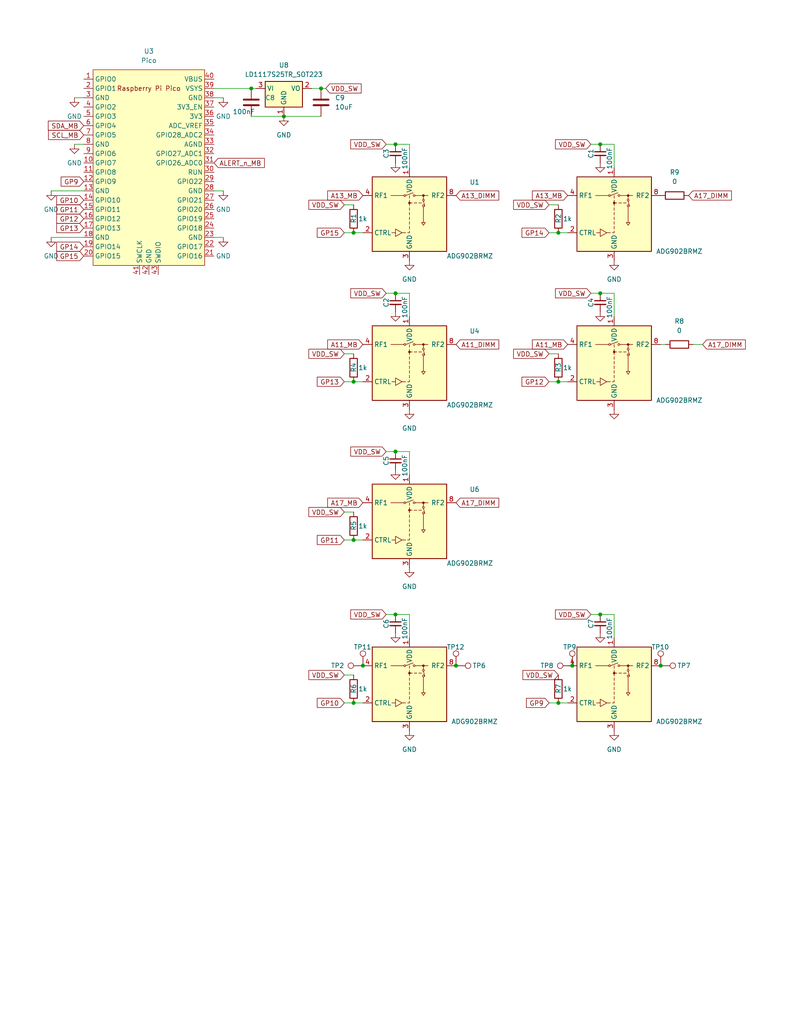
<source format=kicad_sch>
(kicad_sch (version 20230121) (generator eeschema)
  (paper "USLetter" portrait)
  (title_block (title "Drivers that are injecting faults located on the interposer") (date "2019-11-01") (rev "1") (comment 1 "This is how the faults are injected"))
  (lib_symbols
    (symbol "Connector:TestPoint" (pin_numbers hide) (pin_names (offset 0.762) hide)
      (property "Reference" "TP" (at 0 6.858 0))
      (property "Value" "TestPoint" (at 0 5.08 0))
      (symbol "TestPoint_0_1"
        (circle (center 0 3.302) (radius 0.762))
      )
      (symbol "TestPoint_1_1"
        (pin passive line (at 0 0 90) (length 2.54) (name "1") (number "1"))
      )
    )
    (symbol "Device:C" (pin_numbers hide) (pin_names (offset 0.254))
      (property "Reference" "C" (at 0.635 2.54 0))
      (property "Value" "C" (at 0.635 -2.54 0))
      (symbol "C_0_1"
        (polyline (pts (xy -2.032 -0.762) (xy 2.032 -0.762)) (stroke (width 0.508)))
        (polyline (pts (xy -2.032 0.762) (xy 2.032 0.762)) (stroke (width 0.508)))
      )
      (symbol "C_1_1"
        (pin passive line (at 0 3.81 270) (length 2.794) (name "~") (number "1"))
        (pin passive line (at 0 -3.81 90) (length 2.794) (name "~") (number "2"))
      )
    )
    (symbol "Device:C_Small" (pin_numbers hide) (pin_names (offset 0.254) hide)
      (property "Reference" "C" (at 0.254 1.778 0))
      (property "Value" "C_Small" (at 0.254 -2.032 0))
      (symbol "C_Small_0_1"
        (polyline (pts (xy -1.524 -0.508) (xy 1.524 -0.508)) (stroke (width 0.3302)))
        (polyline (pts (xy -1.524 0.508) (xy 1.524 0.508)) (stroke (width 0.3048)))
      )
      (symbol "C_Small_1_1"
        (pin passive line (at 0 2.54 270) (length 2.032) (name "~") (number "1"))
        (pin passive line (at 0 -2.54 90) (length 2.032) (name "~") (number "2"))
      )
    )
    (symbol "Device:R" (pin_numbers hide) (pin_names (offset 0))
      (property "Reference" "R" (at 2.032 0 90))
      (property "Value" "R" (at 0 0 90))
      (symbol "R_0_1"
        (rectangle (start -1.016 -2.54) (end 1.016 2.54) (stroke (width 0.254)))
      )
      (symbol "R_1_1"
        (pin passive line (at 0 3.81 270) (length 1.27) (name "~") (number "1"))
        (pin passive line (at 0 -3.81 90) (length 1.27) (name "~") (number "2"))
      )
    )
    (symbol "MCU_RaspberryPi_and_Boards:Pico"
      (property "Reference" "U" (at -13.97 27.94 0))
      (property "Value" "Pico" (at 0 19.05 0))
      (symbol "Pico_0_0"
        (text "Raspberry Pi Pico" (at 0 21.59 0) (effects (font (size 1.27 1.27))))
      )
      (symbol "Pico_0_1"
        (rectangle (start -15.24 26.67) (end 15.24 -26.67) (fill (type background)))
      )
      (symbol "Pico_1_1"
        (pin bidirectional line (at -17.78 24.13 0) (length 2.54) (name "GPIO0") (number "1"))
        (pin bidirectional line (at -17.78 1.27 0) (length 2.54) (name "GPIO7") (number "10"))
        (pin bidirectional line (at -17.78 -1.27 0) (length 2.54) (name "GPIO8") (number "11"))
        (pin bidirectional line (at -17.78 -3.81 0) (length 2.54) (name "GPIO9") (number "12"))
        (pin power_in line (at -17.78 -6.35 0) (length 2.54) (name "GND") (number "13"))
        (pin bidirectional line (at -17.78 -8.89 0) (length 2.54) (name "GPIO10") (number "14"))
        (pin bidirectional line (at -17.78 -11.43 0) (length 2.54) (name "GPIO11") (number "15"))
        (pin bidirectional line (at -17.78 -13.97 0) (length 2.54) (name "GPIO12") (number "16"))
        (pin bidirectional line (at -17.78 -16.51 0) (length 2.54) (name "GPIO13") (number "17"))
        (pin power_in line (at -17.78 -19.05 0) (length 2.54) (name "GND") (number "18"))
        (pin bidirectional line (at -17.78 -21.59 0) (length 2.54) (name "GPIO14") (number "19"))
        (pin bidirectional line (at -17.78 21.59 0) (length 2.54) (name "GPIO1") (number "2"))
        (pin bidirectional line (at -17.78 -24.13 0) (length 2.54) (name "GPIO15") (number "20"))
        (pin bidirectional line (at 17.78 -24.13 180) (length 2.54) (name "GPIO16") (number "21"))
        (pin bidirectional line (at 17.78 -21.59 180) (length 2.54) (name "GPIO17") (number "22"))
        (pin power_in line (at 17.78 -19.05 180) (length 2.54) (name "GND") (number "23"))
        (pin bidirectional line (at 17.78 -16.51 180) (length 2.54) (name "GPIO18") (number "24"))
        (pin bidirectional line (at 17.78 -13.97 180) (length 2.54) (name "GPIO19") (number "25"))
        (pin bidirectional line (at 17.78 -11.43 180) (length 2.54) (name "GPIO20") (number "26"))
        (pin bidirectional line (at 17.78 -8.89 180) (length 2.54) (name "GPIO21") (number "27"))
        (pin power_in line (at 17.78 -6.35 180) (length 2.54) (name "GND") (number "28"))
        (pin bidirectional line (at 17.78 -3.81 180) (length 2.54) (name "GPIO22") (number "29"))
        (pin power_in line (at -17.78 19.05 0) (length 2.54) (name "GND") (number "3"))
        (pin input line (at 17.78 -1.27 180) (length 2.54) (name "RUN") (number "30"))
        (pin bidirectional line (at 17.78 1.27 180) (length 2.54) (name "GPIO26_ADC0") (number "31"))
        (pin bidirectional line (at 17.78 3.81 180) (length 2.54) (name "GPIO27_ADC1") (number "32"))
        (pin power_in line (at 17.78 6.35 180) (length 2.54) (name "AGND") (number "33"))
        (pin bidirectional line (at 17.78 8.89 180) (length 2.54) (name "GPIO28_ADC2") (number "34"))
        (pin power_in line (at 17.78 11.43 180) (length 2.54) (name "ADC_VREF") (number "35"))
        (pin power_in line (at 17.78 13.97 180) (length 2.54) (name "3V3") (number "36"))
        (pin input line (at 17.78 16.51 180) (length 2.54) (name "3V3_EN") (number "37"))
        (pin bidirectional line (at 17.78 19.05 180) (length 2.54) (name "GND") (number "38"))
        (pin power_in line (at 17.78 21.59 180) (length 2.54) (name "VSYS") (number "39"))
        (pin bidirectional line (at -17.78 16.51 0) (length 2.54) (name "GPIO2") (number "4"))
        (pin power_in line (at 17.78 24.13 180) (length 2.54) (name "VBUS") (number "40"))
        (pin input line (at -2.54 -29.21 90) (length 2.54) (name "SWCLK") (number "41"))
        (pin power_in line (at 0 -29.21 90) (length 2.54) (name "GND") (number "42"))
        (pin bidirectional line (at 2.54 -29.21 90) (length 2.54) (name "SWDIO") (number "43"))
        (pin bidirectional line (at -17.78 13.97 0) (length 2.54) (name "GPIO3") (number "5"))
        (pin bidirectional line (at -17.78 11.43 0) (length 2.54) (name "GPIO4") (number "6"))
        (pin bidirectional line (at -17.78 8.89 0) (length 2.54) (name "GPIO5") (number "7"))
        (pin power_in line (at -17.78 6.35 0) (length 2.54) (name "GND") (number "8"))
        (pin bidirectional line (at -17.78 3.81 0) (length 2.54) (name "GPIO6") (number "9"))
      )
    )
    (symbol "RF_Switch:ADG902BRMZ"
      (property "Reference" "U" (at -10.16 11.43 0))
      (property "Value" "ADG902BRMZ" (at 1.27 11.43 0))
      (symbol "ADG902BRMZ_0_0"
        (rectangle (start -10.16 10.16) (end 10.16 -10.16) (stroke (width 0.254)) (fill (type background)))
        (polyline (pts (xy -4.826 -5.08) (xy -3.81 -5.08)))
        (polyline (pts (xy -1.016 -5.08) (xy -2.032 -5.08)))
        (polyline (pts (xy 0 -3.302) (xy 0 -4.064)))
        (polyline (pts (xy 0 -2.032) (xy 0 -2.794)))
        (polyline (pts (xy 0 -0.762) (xy 0 -1.524)))
        (polyline (pts (xy 0 0.508) (xy 0 -0.254)))
        (polyline (pts (xy 0 1.778) (xy 0 1.016)))
        (polyline (pts (xy 0 3.048) (xy 0 2.286)))
        (polyline (pts (xy 0 3.048) (xy 0 3.81)))
        (polyline (pts (xy 0 3.048) (xy 0.762 3.048)))
        (polyline (pts (xy 0 4.318) (xy 0 5.08)))
        (polyline (pts (xy 1.27 3.048) (xy 2.032 3.048)))
        (polyline (pts (xy 2.54 3.048) (xy 3.302 3.048)))
        (polyline (pts (xy 0 -4.572) (xy 0 -5.08) (xy -0.508 -5.08)))
        (polyline (pts (xy -3.81 -4.064) (xy -3.81 -6.096) (xy -2.032 -5.08) (xy -3.81 -4.064)))
        (circle (center 0 3.048) (radius 0.254) (fill (type outline)))
      )
      (symbol "ADG902BRMZ_0_1"
        (circle (center -1.27 5.08) (radius 0.254))
        (polyline (pts (xy -5.08 5.08) (xy -1.524 5.08)))
        (polyline (pts (xy -1.016 5.08) (xy 1.016 5.842)))
        (polyline (pts (xy 1.524 5.08) (xy 5.08 5.08)))
        (polyline (pts (xy 3.81 3.556) (xy 4.191 2.159)))
        (polyline (pts (xy 3.81 5.08) (xy 3.81 4.064)))
        (polyline (pts (xy 3.81 2.032) (xy 3.81 -2.286) (xy 3.302 -2.286) (xy 3.81 -3.048) (xy 4.318 -2.286) (xy 3.81 -2.286)))
        (circle (center 1.27 5.08) (radius 0.254))
        (circle (center 3.81 2.286) (radius 0.254))
        (circle (center 3.81 3.81) (radius 0.254))
        (circle (center 3.81 5.08) (radius 0.254) (fill (type outline)))
      )
      (symbol "ADG902BRMZ_1_1"
        (pin power_in line (at 0 12.7 270) (length 2.54) (name "VDD") (number "1"))
        (pin input line (at -12.7 -5.08 0) (length 2.54) (name "CTRL") (number "2"))
        (pin power_in line (at 0 -12.7 90) (length 2.54) (name "GND") (number "3"))
        (pin passive line (at -12.7 5.08 0) (length 2.54) (name "RF1") (number "4"))
        (pin passive line (at 0 -12.7 90) (length 2.54) hide (name "GND") (number "5"))
        (pin passive line (at 0 -12.7 90) (length 2.54) hide (name "GND") (number "6"))
        (pin passive line (at 0 -12.7 90) (length 2.54) hide (name "GND") (number "7"))
        (pin passive line (at 12.7 5.08 180) (length 2.54) (name "RF2") (number "8"))
      )
    )
    (symbol "Regulator_Linear:LD1117S25TR_SOT223"
      (property "Reference" "U" (at -3.81 3.175 0))
      (property "Value" "LD1117S25TR_SOT223" (at 0 3.175 0))
      (symbol "LD1117S25TR_SOT223_0_1"
        (rectangle (start -5.08 -5.08) (end 5.08 1.905) (stroke (width 0.254)) (fill (type background)))
      )
      (symbol "LD1117S25TR_SOT223_1_1"
        (pin power_in line (at 0 -7.62 90) (length 2.54) (name "GND") (number "1"))
        (pin power_out line (at 7.62 0 180) (length 2.54) (name "VO") (number "2"))
        (pin power_in line (at -7.62 0 0) (length 2.54) (name "VI") (number "3"))
      )
    )
    (symbol "power:GND" (power) (pin_names (offset 0))
      (property "Value" "GND" (at 0 -3.81 0))
      (symbol "GND_0_1"
        (polyline (pts (xy 0 0) (xy 0 -1.27) (xy 1.27 -1.27) (xy 0 -2.54) (xy -1.27 -1.27) (xy 0 -1.27)))
      )
      (symbol "GND_1_1"
        (pin power_in line (at 0 0 270) (length 0) hide (name "GND") (number "1"))
      )
    )
  )
  (junction (at 152.4 63.5))
  (junction (at 180.34 181.61))
  (junction (at 107.95 123.19))
  (junction (at 152.4 191.77))
  (junction (at 96.52 191.77))
  (junction (at 68.58 24.13))
  (junction (at 124.46 181.61))
  (junction (at 163.83 39.37))
  (junction (at 152.4 104.14))
  (junction (at 96.52 104.14))
  (junction (at 163.83 80.01))
  (junction (at 99.06 181.61))
  (junction (at 96.52 63.5))
  (junction (at 156.21 181.61))
  (junction (at 96.52 147.32))
  (junction (at 107.95 80.01))
  (junction (at 87.63 24.13))
  (junction (at 77.47 31.75))
  (junction (at 107.95 39.37))
  (junction (at 163.83 167.64))
  (junction (at 107.95 167.64))
  (wire (pts (xy 189.23 93.98) (xy 191.77 93.98)))
  (wire (pts (xy 87.63 24.13) (xy 85.09 24.13)))
  (wire (pts (xy 77.47 31.75) (xy 87.63 31.75)))
  (wire (pts (xy 111.76 80.01) (xy 111.76 86.36)))
  (wire (pts (xy 105.41 123.19) (xy 107.95 123.19)))
  (wire (pts (xy 88.9 24.13) (xy 87.63 24.13)))
  (wire (pts (xy 161.29 167.64) (xy 163.83 167.64)))
  (wire (pts (xy 107.95 80.01) (xy 111.76 80.01)))
  (wire (pts (xy 111.76 39.37) (xy 111.76 45.72)))
  (wire (pts (xy 152.4 191.77) (xy 154.94 191.77)))
  (wire (pts (xy 68.58 24.13) (xy 69.85 24.13)))
  (wire (pts (xy 111.76 123.19) (xy 111.76 129.54)))
  (wire (pts (xy 13.97 52.07) (xy 22.86 52.07)))
  (wire (pts (xy 107.95 39.37) (xy 111.76 39.37)))
  (wire (pts (xy 93.98 55.88) (xy 96.52 55.88)))
  (wire (pts (xy 96.52 104.14) (xy 99.06 104.14)))
  (wire (pts (xy 149.86 63.5) (xy 152.4 63.5)))
  (wire (pts (xy 93.98 184.15) (xy 96.52 184.15)))
  (wire (pts (xy 13.97 64.77) (xy 22.86 64.77)))
  (wire (pts (xy 68.58 31.75) (xy 77.47 31.75)))
  (wire (pts (xy 156.21 181.61) (xy 154.94 181.61)))
  (wire (pts (xy 152.4 104.14) (xy 154.94 104.14)))
  (wire (pts (xy 149.86 55.88) (xy 152.4 55.88)))
  (wire (pts (xy 149.86 104.14) (xy 152.4 104.14)))
  (wire (pts (xy 161.29 80.01) (xy 163.83 80.01)))
  (wire (pts (xy 152.4 63.5) (xy 154.94 63.5)))
  (wire (pts (xy 96.52 191.77) (xy 99.06 191.77)))
  (wire (pts (xy 161.29 39.37) (xy 163.83 39.37)))
  (wire (pts (xy 105.41 167.64) (xy 107.95 167.64)))
  (wire (pts (xy 149.86 96.52) (xy 152.4 96.52)))
  (wire (pts (xy 93.98 63.5) (xy 96.52 63.5)))
  (wire (pts (xy 105.41 39.37) (xy 107.95 39.37)))
  (wire (pts (xy 149.86 191.77) (xy 152.4 191.77)))
  (wire (pts (xy 93.98 104.14) (xy 96.52 104.14)))
  (wire (pts (xy 107.95 123.19) (xy 111.76 123.19)))
  (wire (pts (xy 93.98 147.32) (xy 96.52 147.32)))
  (wire (pts (xy 20.32 39.37) (xy 22.86 39.37)))
  (wire (pts (xy 105.41 80.01) (xy 107.95 80.01)))
  (wire (pts (xy 163.83 167.64) (xy 167.64 167.64)))
  (wire (pts (xy 167.64 39.37) (xy 167.64 45.72)))
  (wire (pts (xy 60.96 26.67) (xy 58.42 26.67)))
  (wire (pts (xy 111.76 167.64) (xy 111.76 173.99)))
  (wire (pts (xy 60.96 52.07) (xy 58.42 52.07)))
  (wire (pts (xy 93.98 96.52) (xy 96.52 96.52)))
  (wire (pts (xy 167.64 80.01) (xy 167.64 86.36)))
  (wire (pts (xy 93.98 191.77) (xy 96.52 191.77)))
  (wire (pts (xy 167.64 167.64) (xy 167.64 173.99)))
  (wire (pts (xy 20.32 26.67) (xy 22.86 26.67)))
  (wire (pts (xy 93.98 139.7) (xy 96.52 139.7)))
  (wire (pts (xy 181.61 93.98) (xy 180.34 93.98)))
  (wire (pts (xy 96.52 147.32) (xy 99.06 147.32)))
  (wire (pts (xy 96.52 63.5) (xy 99.06 63.5)))
  (wire (pts (xy 163.83 39.37) (xy 167.64 39.37)))
  (wire (pts (xy 163.83 80.01) (xy 167.64 80.01)))
  (wire (pts (xy 58.42 24.13) (xy 68.58 24.13)))
  (wire (pts (xy 107.95 167.64) (xy 111.76 167.64)))
  (wire (pts (xy 60.96 64.77) (xy 58.42 64.77)))
  (global_label "SCL_MB" (shape input) (at 22.86 36.83 180) (property "Intersheetrefs" "${INTERSHEET_REFS}" (effects hide)))
  (global_label "GP9" (shape input) (at 149.86 191.77 180) (property "Intersheetrefs" "${INTERSHEET_REFS}" (effects hide)))
  (global_label "VDD_SW" (shape input) (at 149.86 55.88 180) (property "Intersheetrefs" "${INTERSHEET_REFS}" (effects hide)))
  (global_label "GP12" (shape input) (at 149.86 104.14 180) (property "Intersheetrefs" "${INTERSHEET_REFS}" (effects hide)))
  (global_label "GP9" (shape input) (at 22.86 49.53 180) (property "Intersheetrefs" "${INTERSHEET_REFS}" (effects hide)))
  (global_label "VDD_SW" (shape input) (at 105.41 39.37 180) (property "Intersheetrefs" "${INTERSHEET_REFS}" (effects hide)))
  (global_label "VDD_SW" (shape input) (at 105.41 167.64 180) (property "Intersheetrefs" "${INTERSHEET_REFS}" (effects hide)))
  (global_label "A17_DIMM" (shape input) (at 187.96 53.34 0) (property "Intersheetrefs" "${INTERSHEET_REFS}" (effects hide)))
  (global_label "GP11" (shape input) (at 22.86 57.15 180) (property "Intersheetrefs" "${INTERSHEET_REFS}" (effects hide)))
  (global_label "GP10" (shape input) (at 22.86 54.61 180) (property "Intersheetrefs" "${INTERSHEET_REFS}" (effects hide)))
  (global_label "A11_MB" (shape input) (at 154.94 93.98 180) (property "Intersheetrefs" "${INTERSHEET_REFS}" (effects hide)))
  (global_label "VDD_SW" (shape input) (at 93.98 139.7 180) (property "Intersheetrefs" "${INTERSHEET_REFS}" (effects hide)))
  (global_label "VDD_SW" (shape input) (at 161.29 167.64 180) (property "Intersheetrefs" "${INTERSHEET_REFS}" (effects hide)))
  (global_label "GP13" (shape input) (at 93.98 104.14 180) (property "Intersheetrefs" "${INTERSHEET_REFS}" (effects hide)))
  (global_label "GP10" (shape input) (at 93.98 191.77 180) (property "Intersheetrefs" "${INTERSHEET_REFS}" (effects hide)))
  (global_label "GP14" (shape input) (at 22.86 67.31 180) (property "Intersheetrefs" "${INTERSHEET_REFS}" (effects hide)))
  (global_label "VDD_SW" (shape input) (at 152.4 184.15 180) (property "Intersheetrefs" "${INTERSHEET_REFS}" (effects hide)))
  (global_label "GP15" (shape input) (at 93.98 63.5 180) (property "Intersheetrefs" "${INTERSHEET_REFS}" (effects hide)))
  (global_label "A11_MB" (shape input) (at 99.06 93.98 180) (property "Intersheetrefs" "${INTERSHEET_REFS}" (effects hide)))
  (global_label "GP11" (shape input) (at 93.98 147.32 180) (property "Intersheetrefs" "${INTERSHEET_REFS}" (effects hide)))
  (global_label "VDD_SW" (shape input) (at 161.29 80.01 180) (property "Intersheetrefs" "${INTERSHEET_REFS}" (effects hide)))
  (global_label "A11_DIMM" (shape input) (at 124.46 93.98 0) (property "Intersheetrefs" "${INTERSHEET_REFS}" (effects hide)))
  (global_label "GP12" (shape input) (at 22.86 59.69 180) (property "Intersheetrefs" "${INTERSHEET_REFS}" (effects hide)))
  (global_label "VDD_SW" (shape input) (at 93.98 184.15 180) (property "Intersheetrefs" "${INTERSHEET_REFS}" (effects hide)))
  (global_label "A13_DIMM" (shape input) (at 124.46 53.34 0) (property "Intersheetrefs" "${INTERSHEET_REFS}" (effects hide)))
  (global_label "GP14" (shape input) (at 149.86 63.5 180) (property "Intersheetrefs" "${INTERSHEET_REFS}" (effects hide)))
  (global_label "VDD_SW" (shape input) (at 93.98 96.52 180) (property "Intersheetrefs" "${INTERSHEET_REFS}" (effects hide)))
  (global_label "VDD_SW" (shape input) (at 105.41 123.19 180) (property "Intersheetrefs" "${INTERSHEET_REFS}" (effects hide)))
  (global_label "A17_DIMM" (shape input) (at 191.77 93.98 0) (property "Intersheetrefs" "${INTERSHEET_REFS}" (effects hide)))
  (global_label "ALERT_n_MB" (shape input) (at 58.42 44.45 0) (property "Intersheetrefs" "${INTERSHEET_REFS}" (effects hide)))
  (global_label "VDD_SW" (shape input) (at 93.98 55.88 180) (property "Intersheetrefs" "${INTERSHEET_REFS}" (effects hide)))
  (global_label "A17_DIMM" (shape input) (at 124.46 137.16 0) (property "Intersheetrefs" "${INTERSHEET_REFS}" (effects hide)))
  (global_label "VDD_SW" (shape input) (at 105.41 80.01 180) (property "Intersheetrefs" "${INTERSHEET_REFS}" (effects hide)))
  (global_label "A13_MB" (shape input) (at 99.06 53.34 180) (property "Intersheetrefs" "${INTERSHEET_REFS}" (effects hide)))
  (global_label "A17_MB" (shape input) (at 99.06 137.16 180) (property "Intersheetrefs" "${INTERSHEET_REFS}" (effects hide)))
  (global_label "VDD_SW" (shape input) (at 149.86 96.52 180) (property "Intersheetrefs" "${INTERSHEET_REFS}" (effects hide)))
  (global_label "VDD_SW" (shape input) (at 161.29 39.37 180) (property "Intersheetrefs" "${INTERSHEET_REFS}" (effects hide)))
  (global_label "GP15" (shape input) (at 22.86 69.85 180) (property "Intersheetrefs" "${INTERSHEET_REFS}" (effects hide)))
  (global_label "SDA_MB" (shape input) (at 22.86 34.29 180) (property "Intersheetrefs" "${INTERSHEET_REFS}" (effects hide)))
  (global_label "VDD_SW" (shape input) (at 88.9 24.13 0) (property "Intersheetrefs" "${INTERSHEET_REFS}" (effects hide)))
  (global_label "GP13" (shape input) (at 22.86 62.23 180) (property "Intersheetrefs" "${INTERSHEET_REFS}" (effects hide)))
  (global_label "A13_MB" (shape input) (at 154.94 53.34 180) (property "Intersheetrefs" "${INTERSHEET_REFS}" (effects hide)))
  (symbol (lib_id "Device:C_Small") (at 163.83 41.91 0) (unit 1)
    (property "Reference" "C1" (at 161.29 41.91 90))
    (property "Value" "100nF" (at 166.37 43.18 90))
    (property "Footprint" "Capacitor_SMD:C_0603_1608Metric_Pad1.08x0.95mm_HandSolder" (effects hide))
  )
  (symbol (lib_id "power:GND") (at 163.83 85.09 0) (unit 1)
    (property "Reference" "#PWR013" (effects hide))
    (property "Value" "GND" (effects hide))
  )
  (symbol (lib_id "power:GND") (at 167.64 111.76 0) (unit 1)
    (property "Reference" "#PWR08" (effects hide))
    (property "Value" "GND" (effects hide))
  )
  (symbol (lib_id "Regulator_Linear:LD1117S25TR_SOT223") (at 77.47 24.13 0) (unit 1)
    (property "Reference" "U8" (at 77.47 17.78 0))
    (property "Value" "LD1117S25TR_SOT223" (at 77.47 20.32 0))
    (property "Footprint" "Package_TO_SOT_SMD:SOT-223-3_TabPin2" (effects hide))
    (property "Datasheet" "http://www.st.com/st-web-ui/static/active/en/resource/technical/document/datasheet/CD00000544.pdf" (effects hide))
  )
  (symbol (lib_id "MCU_RaspberryPi_and_Boards:Pico") (at 40.64 45.72 0) (unit 1)
    (property "Reference" "U3" (at 40.64 13.97 0))
    (property "Value" "Pico" (at 40.64 16.51 0))
    (property "Footprint" "badram:RPi_Pico_SMD_TH" (effects hide))
  )
  (symbol (lib_id "Connector:TestPoint") (at 180.34 181.61 0) (unit 1)
    (property "Reference" "TP10" (at 177.8 176.53 0) (effects (justify left)))
    (property "Value" "TestPoint" (effects hide))
    (property "Footprint" "TestPoint:TestPoint_Pad_1.0x1.0mm" (effects hide))
  )
  (symbol (lib_id "power:GND") (at 20.32 39.37 0) (unit 1)
    (property "Reference" "#PWR024" (effects hide))
    (property "Value" "GND" (at 20.32 44.45 0))
  )
  (symbol (lib_id "RF_Switch:ADG902BRMZ") (at 111.76 186.69 0) (unit 1)
    (property "Reference" "U7" (effects hide))
    (property "Value" "ADG902BRMZ" (at 129.54 196.85 0))
    (property "Footprint" "Package_SO:MSOP-8_3x3mm_P0.65mm" (effects hide))
    (property "Datasheet" "https://www.analog.com/media/en/technical-documentation/data-sheets/ADG901_902.pdf" (effects hide))
  )
  (symbol (lib_id "power:GND") (at 111.76 71.12 0) (unit 1)
    (property "Reference" "#PWR04" (effects hide))
    (property "Value" "GND" (at 111.76 76.2 0))
  )
  (symbol (lib_id "Device:R") (at 184.15 53.34 270) (unit 1)
    (property "Reference" "R9" (at 184.15 46.99 90))
    (property "Value" "0" (at 184.15 49.53 90))
    (property "Footprint" "Resistor_SMD:R_0402_1005Metric_Pad0.72x0.64mm_HandSolder" (effects hide))
  )
  (symbol (lib_id "Device:R") (at 96.52 100.33 0) (unit 1)
    (property "Reference" "R4" (at 96.52 101.6 90) (effects (justify left)))
    (property "Value" "1k" (at 97.79 100.33 0) (effects (justify left)))
    (property "Footprint" "Resistor_SMD:R_0402_1005Metric_Pad0.72x0.64mm_HandSolder" (effects hide))
  )
  (symbol (lib_id "power:GND") (at 20.32 26.67 0) (unit 1)
    (property "Reference" "#PWR023" (effects hide))
    (property "Value" "GND" (at 20.32 31.75 0))
  )
  (symbol (lib_id "Connector:TestPoint") (at 99.06 181.61 90) (unit 1)
    (property "Reference" "TP2" (at 93.98 181.61 90) (effects (justify left)))
    (property "Value" "TestPoint" (effects hide))
    (property "Footprint" "TestPoint:TestPoint_Pad_1.0x1.0mm" (effects hide))
  )
  (symbol (lib_id "Device:C_Small") (at 163.83 82.55 0) (unit 1)
    (property "Reference" "C4" (at 161.29 82.55 90))
    (property "Value" "100nF" (at 166.37 83.82 90))
    (property "Footprint" "Capacitor_SMD:C_0603_1608Metric_Pad1.08x0.95mm_HandSolder" (effects hide))
  )
  (symbol (lib_id "power:GND") (at 60.96 52.07 0) (unit 1)
    (property "Reference" "#PWR021" (effects hide))
    (property "Value" "GND" (at 60.96 57.15 0))
  )
  (symbol (lib_id "power:GND") (at 107.95 128.27 0) (unit 1)
    (property "Reference" "#PWR014" (effects hide))
    (property "Value" "GND" (effects hide))
  )
  (symbol (lib_id "power:GND") (at 60.96 64.77 0) (unit 1)
    (property "Reference" "#PWR022" (effects hide))
    (property "Value" "GND" (at 60.96 69.85 0))
  )
  (symbol (lib_id "RF_Switch:ADG902BRMZ") (at 111.76 99.06 0) (unit 1)
    (property "Reference" "U4" (at 129.54 90.3321 0))
    (property "Value" "ADG902BRMZ" (at 128.27 110.49 0))
    (property "Footprint" "Package_SO:MSOP-8_3x3mm_P0.65mm" (effects hide))
    (property "Datasheet" "https://www.analog.com/media/en/technical-documentation/data-sheets/ADG901_902.pdf" (effects hide))
  )
  (symbol (lib_id "power:GND") (at 60.96 26.67 0) (unit 1)
    (property "Reference" "#PWR020" (effects hide))
    (property "Value" "GND" (at 60.96 31.75 0))
  )
  (symbol (lib_id "Device:C_Small") (at 107.95 41.91 0) (unit 1)
    (property "Reference" "C3" (at 105.41 41.91 90))
    (property "Value" "100nF" (at 110.49 43.18 90))
    (property "Footprint" "Capacitor_SMD:C_0603_1608Metric_Pad1.08x0.95mm_HandSolder" (effects hide))
  )
  (symbol (lib_id "Device:C_Small") (at 107.95 82.55 0) (unit 1)
    (property "Reference" "C2" (at 105.41 82.55 90))
    (property "Value" "100nF" (at 110.49 83.82 90))
    (property "Footprint" "Capacitor_SMD:C_0603_1608Metric_Pad1.08x0.95mm_HandSolder" (effects hide))
  )
  (symbol (lib_id "power:GND") (at 167.64 199.39 0) (unit 1)
    (property "Reference" "#PWR09" (effects hide))
    (property "Value" "GND" (at 167.64 204.47 0))
  )
  (symbol (lib_id "Device:R") (at 152.4 100.33 0) (unit 1)
    (property "Reference" "R3" (at 152.4 101.6 90) (effects (justify left)))
    (property "Value" "1k" (at 153.67 100.33 0) (effects (justify left)))
    (property "Footprint" "Resistor_SMD:R_0402_1005Metric_Pad0.72x0.64mm_HandSolder" (effects hide))
  )
  (symbol (lib_id "RF_Switch:ADG902BRMZ") (at 167.64 58.42 0) (unit 1)
    (property "Reference" "U2" (effects hide))
    (property "Value" "ADG902BRMZ" (at 185.42 68.58 0))
    (property "Footprint" "Package_SO:MSOP-8_3x3mm_P0.65mm" (effects hide))
    (property "Datasheet" "https://www.analog.com/media/en/technical-documentation/data-sheets/ADG901_902.pdf" (effects hide))
  )
  (symbol (lib_id "Device:C") (at 87.63 27.94 0) (unit 1)
    (property "Reference" "C9" (at 91.44 26.67 0) (effects (justify left)))
    (property "Value" "10uF" (at 91.44 29.21 0) (effects (justify left)))
    (property "Footprint" "Capacitor_SMD:C_1206_3216Metric_Pad1.33x1.80mm_HandSolder" (effects hide))
  )
  (symbol (lib_id "power:GND") (at 107.95 172.72 0) (unit 1)
    (property "Reference" "#PWR015" (effects hide))
    (property "Value" "GND" (effects hide))
  )
  (symbol (lib_id "RF_Switch:ADG902BRMZ") (at 167.64 99.06 0) (unit 1)
    (property "Reference" "U5" (effects hide))
    (property "Value" "ADG902BRMZ" (at 185.42 109.22 0))
    (property "Footprint" "Package_SO:MSOP-8_3x3mm_P0.65mm" (effects hide))
    (property "Datasheet" "https://www.analog.com/media/en/technical-documentation/data-sheets/ADG901_902.pdf" (effects hide))
  )
  (symbol (lib_id "Device:C") (at 68.58 27.94 0) (unit 1)
    (property "Reference" "C8" (at 72.39 26.67 0) (effects (justify left)))
    (property "Value" "100nF" (at 63.5 30.48 0) (effects (justify left)))
    (property "Footprint" "Capacitor_SMD:C_0603_1608Metric_Pad1.08x0.95mm_HandSolder" (effects hide))
  )
  (symbol (lib_id "Connector:TestPoint") (at 99.06 181.61 0) (unit 1)
    (property "Reference" "TP11" (at 96.52 176.53 0) (effects (justify left)))
    (property "Value" "TestPoint" (effects hide))
    (property "Footprint" "TestPoint:TestPoint_Pad_1.0x1.0mm" (effects hide))
  )
  (symbol (lib_id "Connector:TestPoint") (at 124.46 181.61 270) (unit 1)
    (property "Reference" "TP6" (at 130.81 181.61 90))
    (property "Value" "TestPoint" (effects hide))
    (property "Footprint" "TestPoint:TestPoint_Pad_1.0x1.0mm" (effects hide))
  )
  (symbol (lib_id "Device:R") (at 152.4 187.96 0) (unit 1)
    (property "Reference" "R7" (at 152.4 189.23 90) (effects (justify left)))
    (property "Value" "1k" (at 153.67 187.96 0) (effects (justify left)))
    (property "Footprint" "Resistor_SMD:R_0402_1005Metric_Pad0.72x0.64mm_HandSolder" (effects hide))
  )
  (symbol (lib_id "power:GND") (at 13.97 52.07 0) (unit 1)
    (property "Reference" "#PWR025" (effects hide))
    (property "Value" "GND" (at 13.97 57.15 0))
  )
  (symbol (lib_id "power:GND") (at 163.83 44.45 0) (unit 1)
    (property "Reference" "#PWR07" (effects hide))
    (property "Value" "GND" (effects hide))
  )
  (symbol (lib_id "RF_Switch:ADG902BRMZ") (at 167.64 186.69 0) (unit 1)
    (property "Reference" "U9" (effects hide))
    (property "Value" "ADG902BRMZ" (at 185.42 196.85 0))
    (property "Footprint" "Package_SO:MSOP-8_3x3mm_P0.65mm" (effects hide))
    (property "Datasheet" "https://www.analog.com/media/en/technical-documentation/data-sheets/ADG901_902.pdf" (effects hide))
  )
  (symbol (lib_id "Device:C_Small") (at 163.83 170.18 0) (unit 1)
    (property "Reference" "C7" (at 161.29 170.18 90))
    (property "Value" "100nF" (at 166.37 171.45 90))
    (property "Footprint" "Capacitor_SMD:C_0603_1608Metric_Pad1.08x0.95mm_HandSolder" (effects hide))
  )
  (symbol (lib_id "Device:R") (at 96.52 59.69 0) (unit 1)
    (property "Reference" "R1" (at 96.52 60.96 90) (effects (justify left)))
    (property "Value" "1k" (at 97.79 59.69 0) (effects (justify left)))
    (property "Footprint" "Resistor_SMD:R_0402_1005Metric_Pad0.72x0.64mm_HandSolder" (effects hide))
  )
  (symbol (lib_id "RF_Switch:ADG902BRMZ") (at 111.76 142.24 0) (unit 1)
    (property "Reference" "U6" (at 129.54 133.5121 0))
    (property "Value" "ADG902BRMZ" (at 128.27 153.67 0))
    (property "Footprint" "Package_SO:MSOP-8_3x3mm_P0.65mm" (effects hide))
    (property "Datasheet" "https://www.analog.com/media/en/technical-documentation/data-sheets/ADG901_902.pdf" (effects hide))
  )
  (symbol (lib_id "RF_Switch:ADG902BRMZ") (at 111.76 58.42 0) (unit 1)
    (property "Reference" "U1" (at 129.54 49.6921 0))
    (property "Value" "ADG902BRMZ" (at 128.27 69.85 0))
    (property "Footprint" "Package_SO:MSOP-8_3x3mm_P0.65mm" (effects hide))
    (property "Datasheet" "https://www.analog.com/media/en/technical-documentation/data-sheets/ADG901_902.pdf" (effects hide))
  )
  (symbol (lib_id "power:GND") (at 111.76 199.39 0) (unit 1)
    (property "Reference" "#PWR027" (effects hide))
    (property "Value" "GND" (at 111.76 204.47 0))
  )
  (symbol (lib_id "Device:C_Small") (at 107.95 170.18 0) (unit 1)
    (property "Reference" "C6" (at 105.41 170.18 90))
    (property "Value" "100nF" (at 110.49 171.45 90))
    (property "Footprint" "Capacitor_SMD:C_0603_1608Metric_Pad1.08x0.95mm_HandSolder" (effects hide))
  )
  (symbol (lib_id "power:GND") (at 163.83 172.72 0) (unit 1)
    (property "Reference" "#PWR010" (effects hide))
    (property "Value" "GND" (effects hide))
  )
  (symbol (lib_id "Device:R") (at 96.52 143.51 0) (unit 1)
    (property "Reference" "R5" (at 96.52 144.78 90) (effects (justify left)))
    (property "Value" "1k" (at 97.79 143.51 0) (effects (justify left)))
    (property "Footprint" "Resistor_SMD:R_0402_1005Metric_Pad0.72x0.64mm_HandSolder" (effects hide))
  )
  (symbol (lib_id "power:GND") (at 107.95 44.45 0) (unit 1)
    (property "Reference" "#PWR06" (effects hide))
    (property "Value" "GND" (effects hide))
  )
  (symbol (lib_id "Device:R") (at 96.52 187.96 0) (unit 1)
    (property "Reference" "R6" (at 96.52 189.23 90) (effects (justify left)))
    (property "Value" "1k" (at 97.79 187.96 0) (effects (justify left)))
    (property "Footprint" "Resistor_SMD:R_0402_1005Metric_Pad0.72x0.64mm_HandSolder" (effects hide))
  )
  (symbol (lib_id "Connector:TestPoint") (at 180.34 181.61 270) (unit 1)
    (property "Reference" "TP7" (at 186.69 181.61 90))
    (property "Value" "TestPoint" (effects hide))
    (property "Footprint" "TestPoint:TestPoint_Pad_1.0x1.0mm" (effects hide))
  )
  (symbol (lib_id "power:GND") (at 77.47 31.75 0) (unit 1)
    (property "Reference" "#PWR029" (effects hide))
    (property "Value" "GND" (at 77.47 36.83 0))
  )
  (symbol (lib_id "Device:R") (at 152.4 59.69 0) (unit 1)
    (property "Reference" "R2" (at 152.4 60.96 90) (effects (justify left)))
    (property "Value" "1k" (at 153.67 59.69 0) (effects (justify left)))
    (property "Footprint" "Resistor_SMD:R_0402_1005Metric_Pad0.72x0.64mm_HandSolder" (effects hide))
  )
  (symbol (lib_id "Device:R") (at 185.42 93.98 270) (unit 1)
    (property "Reference" "R8" (at 185.42 87.63 90))
    (property "Value" "0" (at 185.42 90.17 90))
    (property "Footprint" "Resistor_SMD:R_0402_1005Metric_Pad0.72x0.64mm_HandSolder" (effects hide))
  )
  (symbol (lib_id "Connector:TestPoint") (at 124.46 181.61 0) (unit 1)
    (property "Reference" "TP12" (at 121.92 176.53 0) (effects (justify left)))
    (property "Value" "TestPoint" (effects hide))
    (property "Footprint" "TestPoint:TestPoint_Pad_1.0x1.0mm" (effects hide))
  )
  (symbol (lib_id "power:GND") (at 111.76 111.76 0) (unit 1)
    (property "Reference" "#PWR012" (effects hide))
    (property "Value" "GND" (at 111.76 116.84 0))
  )
  (symbol (lib_id "power:GND") (at 167.64 71.12 0) (unit 1)
    (property "Reference" "#PWR05" (effects hide))
    (property "Value" "GND" (at 167.64 76.2 0))
  )
  (symbol (lib_id "power:GND") (at 13.97 64.77 0) (unit 1)
    (property "Reference" "#PWR026" (effects hide))
    (property "Value" "GND" (at 13.97 69.85 0))
  )
  (symbol (lib_id "power:GND") (at 111.76 154.94 0) (unit 1)
    (property "Reference" "#PWR017" (effects hide))
    (property "Value" "GND" (at 111.76 160.02 0))
  )
  (symbol (lib_id "Device:C_Small") (at 107.95 125.73 0) (unit 1)
    (property "Reference" "C5" (at 105.41 125.73 90))
    (property "Value" "100nF" (at 110.49 127 90))
    (property "Footprint" "Capacitor_SMD:C_0603_1608Metric_Pad1.08x0.95mm_HandSolder" (effects hide))
  )
  (symbol (lib_id "power:GND") (at 107.95 85.09 0) (unit 1)
    (property "Reference" "#PWR011" (effects hide))
    (property "Value" "GND" (effects hide))
  )
  (symbol (lib_id "Connector:TestPoint") (at 156.21 181.61 0) (unit 1)
    (property "Reference" "TP9" (at 153.67 176.53 0) (effects (justify left)))
    (property "Value" "TestPoint" (effects hide))
    (property "Footprint" "TestPoint:TestPoint_Pad_1.0x1.0mm" (effects hide))
  )
  (symbol (lib_id "Connector:TestPoint") (at 156.21 181.61 90) (unit 1)
    (property "Reference" "TP8" (at 151.13 181.61 90) (effects (justify left)))
    (property "Value" "TestPoint" (effects hide))
    (property "Footprint" "TestPoint:TestPoint_Pad_1.0x1.0mm" (effects hide))
  )
)
</source>
